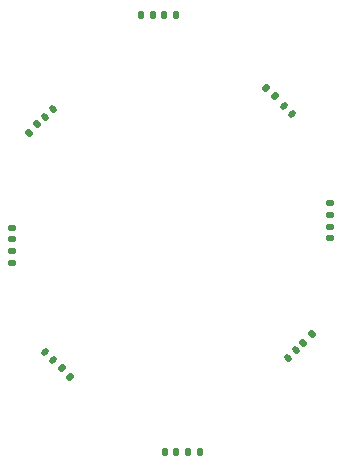
<source format=gtp>
%TF.GenerationSoftware,KiCad,Pcbnew,8.0.5*%
%TF.CreationDate,2024-12-11T17:00:50+10:00*%
%TF.ProjectId,windVane,77696e64-5661-46e6-952e-6b696361645f,rev?*%
%TF.SameCoordinates,Original*%
%TF.FileFunction,Paste,Top*%
%TF.FilePolarity,Positive*%
%FSLAX46Y46*%
G04 Gerber Fmt 4.6, Leading zero omitted, Abs format (unit mm)*
G04 Created by KiCad (PCBNEW 8.0.5) date 2024-12-11 17:00:50*
%MOMM*%
%LPD*%
G01*
G04 APERTURE LIST*
G04 Aperture macros list*
%AMRoundRect*
0 Rectangle with rounded corners*
0 $1 Rounding radius*
0 $2 $3 $4 $5 $6 $7 $8 $9 X,Y pos of 4 corners*
0 Add a 4 corners polygon primitive as box body*
4,1,4,$2,$3,$4,$5,$6,$7,$8,$9,$2,$3,0*
0 Add four circle primitives for the rounded corners*
1,1,$1+$1,$2,$3*
1,1,$1+$1,$4,$5*
1,1,$1+$1,$6,$7*
1,1,$1+$1,$8,$9*
0 Add four rect primitives between the rounded corners*
20,1,$1+$1,$2,$3,$4,$5,0*
20,1,$1+$1,$4,$5,$6,$7,0*
20,1,$1+$1,$6,$7,$8,$9,0*
20,1,$1+$1,$8,$9,$2,$3,0*%
G04 Aperture macros list end*
%ADD10RoundRect,0.135000X-0.185000X0.135000X-0.185000X-0.135000X0.185000X-0.135000X0.185000X0.135000X0*%
%ADD11RoundRect,0.135000X-0.135000X-0.185000X0.135000X-0.185000X0.135000X0.185000X-0.135000X0.185000X0*%
%ADD12RoundRect,0.140000X-0.021213X0.219203X-0.219203X0.021213X0.021213X-0.219203X0.219203X-0.021213X0*%
%ADD13RoundRect,0.135000X-0.226274X-0.035355X-0.035355X-0.226274X0.226274X0.035355X0.035355X0.226274X0*%
%ADD14RoundRect,0.140000X0.170000X-0.140000X0.170000X0.140000X-0.170000X0.140000X-0.170000X-0.140000X0*%
%ADD15RoundRect,0.135000X0.135000X0.185000X-0.135000X0.185000X-0.135000X-0.185000X0.135000X-0.185000X0*%
%ADD16RoundRect,0.135000X-0.035355X0.226274X-0.226274X0.035355X0.035355X-0.226274X0.226274X-0.035355X0*%
%ADD17RoundRect,0.135000X0.035355X-0.226274X0.226274X-0.035355X-0.035355X0.226274X-0.226274X0.035355X0*%
%ADD18RoundRect,0.140000X-0.140000X-0.170000X0.140000X-0.170000X0.140000X0.170000X-0.140000X0.170000X0*%
%ADD19RoundRect,0.140000X-0.170000X0.140000X-0.170000X-0.140000X0.170000X-0.140000X0.170000X0.140000X0*%
%ADD20RoundRect,0.140000X0.219203X0.021213X0.021213X0.219203X-0.219203X-0.021213X-0.021213X-0.219203X0*%
%ADD21RoundRect,0.135000X0.185000X-0.135000X0.185000X0.135000X-0.185000X0.135000X-0.185000X-0.135000X0*%
%ADD22RoundRect,0.135000X0.226274X0.035355X0.035355X0.226274X-0.226274X-0.035355X-0.035355X-0.226274X0*%
%ADD23RoundRect,0.140000X-0.219203X-0.021213X-0.021213X-0.219203X0.219203X0.021213X0.021213X0.219203X0*%
%ADD24RoundRect,0.140000X0.021213X-0.219203X0.219203X-0.021213X-0.021213X0.219203X-0.219203X0.021213X0*%
%ADD25RoundRect,0.140000X0.140000X0.170000X-0.140000X0.170000X-0.140000X-0.170000X0.140000X-0.170000X0*%
G04 APERTURE END LIST*
D10*
%TO.C,R7*%
X136600000Y-102490000D03*
X136600000Y-103510000D03*
%TD*%
D11*
%TO.C,R5*%
X151490000Y-119500000D03*
X152510000Y-119500000D03*
%TD*%
D12*
%TO.C,C8*%
X140089411Y-90410589D03*
X139410589Y-91089411D03*
%TD*%
D13*
%TO.C,R6*%
X140800000Y-112400000D03*
X141521248Y-113121248D03*
%TD*%
D14*
%TO.C,C3*%
X163500000Y-101360000D03*
X163500000Y-100400000D03*
%TD*%
D15*
%TO.C,R1*%
X148510000Y-82500000D03*
X147490000Y-82500000D03*
%TD*%
D16*
%TO.C,R8*%
X138750000Y-91750000D03*
X138028752Y-92471248D03*
%TD*%
D17*
%TO.C,R4*%
X161278752Y-110221248D03*
X162000000Y-109500000D03*
%TD*%
D18*
%TO.C,C5*%
X149540000Y-119500000D03*
X150500000Y-119500000D03*
%TD*%
D19*
%TO.C,C7*%
X136600000Y-100500000D03*
X136600000Y-101460000D03*
%TD*%
D20*
%TO.C,C2*%
X160339411Y-90839411D03*
X159660589Y-90160589D03*
%TD*%
D21*
%TO.C,R3*%
X163500000Y-99400000D03*
X163500000Y-98380000D03*
%TD*%
D22*
%TO.C,R2*%
X158860624Y-89360624D03*
X158139376Y-88639376D03*
%TD*%
D23*
%TO.C,C6*%
X139400000Y-111000000D03*
X140078822Y-111678822D03*
%TD*%
D24*
%TO.C,C4*%
X159966135Y-111533865D03*
X160644957Y-110855043D03*
%TD*%
D25*
%TO.C,C1*%
X150460000Y-82500000D03*
X149500000Y-82500000D03*
%TD*%
M02*

</source>
